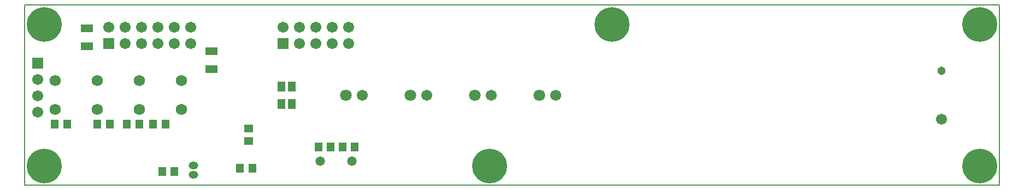
<source format=gbs>
G04 Layer_Color=16711935*
%FSLAX25Y25*%
%MOIN*%
G70*
G01*
G75*
%ADD29C,0.00500*%
%ADD49R,0.05524X0.04737*%
%ADD51R,0.04737X0.05524*%
%ADD57R,0.07493X0.04540*%
%ADD62C,0.06706*%
%ADD63R,0.06706X0.06706*%
%ADD64C,0.21272*%
%ADD65R,0.06706X0.06706*%
%ADD66C,0.05800*%
%ADD67O,0.05800X0.04800*%
%ADD68C,0.07099*%
%ADD69C,0.06800*%
%ADD70C,0.05131*%
%ADD71R,0.04737X0.06312*%
D29*
X0Y0D02*
Y110236D01*
X594488D01*
Y0D02*
Y110236D01*
X0Y0D02*
X594488D01*
D49*
X136500Y27038D02*
D03*
Y34518D02*
D03*
D51*
X83760Y8378D02*
D03*
X91240D02*
D03*
X179060Y23378D02*
D03*
X186540D02*
D03*
X201340D02*
D03*
X193860D02*
D03*
X131260Y10378D02*
D03*
X138740D02*
D03*
X78260Y37378D02*
D03*
X85740D02*
D03*
X51740D02*
D03*
X44260D02*
D03*
X18260D02*
D03*
X25740D02*
D03*
X69740D02*
D03*
X62260D02*
D03*
D57*
X38000Y84866D02*
D03*
Y95890D02*
D03*
X113800Y82090D02*
D03*
Y71066D02*
D03*
D62*
X7874Y44803D02*
D03*
Y54803D02*
D03*
Y64803D02*
D03*
X157480Y96614D02*
D03*
X167480Y86614D02*
D03*
Y96614D02*
D03*
X177480Y86614D02*
D03*
Y96614D02*
D03*
X187480Y86614D02*
D03*
Y96614D02*
D03*
X197480Y86614D02*
D03*
Y96614D02*
D03*
X51181D02*
D03*
X61181Y86614D02*
D03*
Y96614D02*
D03*
X71181Y86614D02*
D03*
Y96614D02*
D03*
X81181Y86614D02*
D03*
Y96614D02*
D03*
X91181Y86614D02*
D03*
Y96614D02*
D03*
X101181Y86614D02*
D03*
Y96614D02*
D03*
X323898Y55118D02*
D03*
X284528D02*
D03*
X245158D02*
D03*
X205787D02*
D03*
X559154Y40348D02*
D03*
D63*
X7874Y74803D02*
D03*
D64*
X11811Y98425D02*
D03*
Y11811D02*
D03*
X358268Y98425D02*
D03*
X283465Y11811D02*
D03*
X582677Y98425D02*
D03*
Y11811D02*
D03*
D65*
X157480Y86614D02*
D03*
X51181D02*
D03*
D66*
X180200Y14778D02*
D03*
X199413D02*
D03*
D67*
X102900Y12078D02*
D03*
Y6478D02*
D03*
D68*
X313898Y55118D02*
D03*
X274528D02*
D03*
X235158D02*
D03*
X195788D02*
D03*
D69*
X44296Y46218D02*
D03*
X18696D02*
D03*
X44296Y63918D02*
D03*
X18696D02*
D03*
X95477Y46218D02*
D03*
X69877D02*
D03*
X95477Y63918D02*
D03*
X69877D02*
D03*
D70*
X559055Y69876D02*
D03*
D71*
X156699Y60433D02*
D03*
X162998D02*
D03*
X156699Y49803D02*
D03*
X162998D02*
D03*
M02*

</source>
